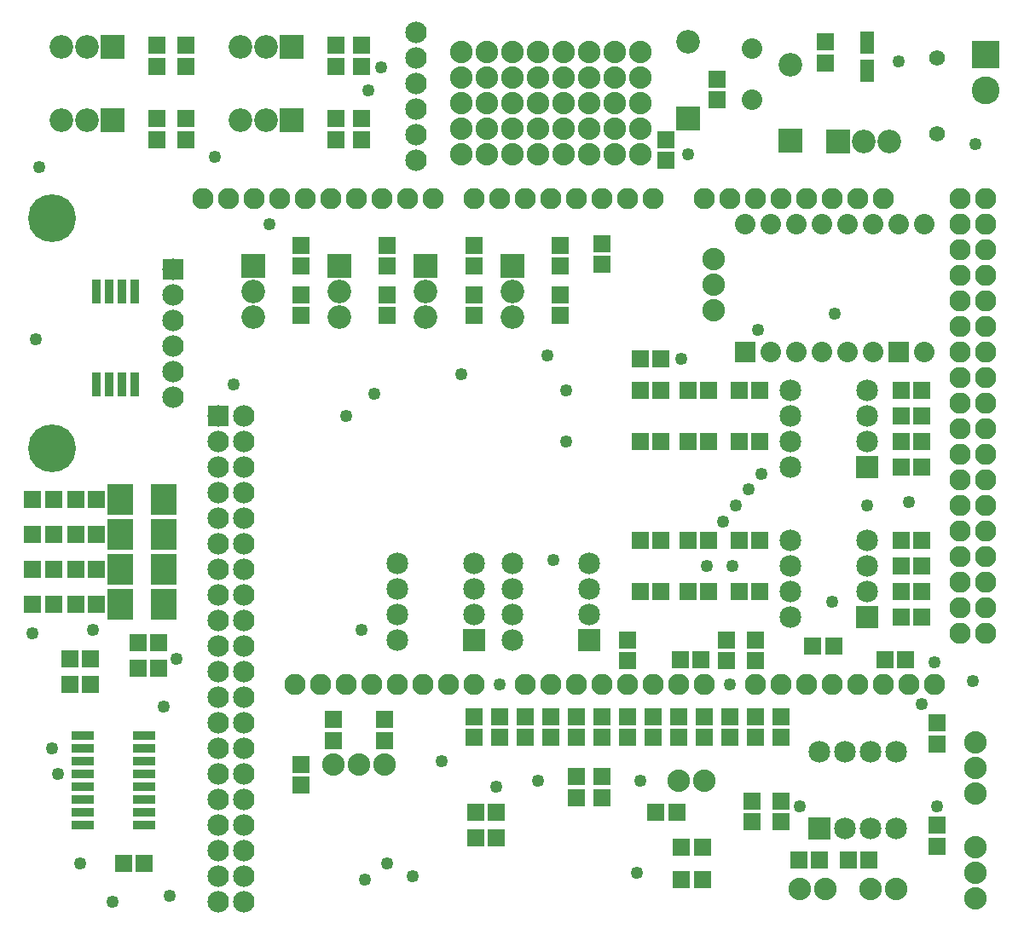
<source format=gts>
G04 MADE WITH FRITZING*
G04 WWW.FRITZING.ORG*
G04 DOUBLE SIDED*
G04 HOLES PLATED*
G04 CONTOUR ON CENTER OF CONTOUR VECTOR*
%ASAXBY*%
%FSLAX23Y23*%
%MOIN*%
%OFA0B0*%
%SFA1.0B1.0*%
%ADD10C,0.049370*%
%ADD11C,0.085000*%
%ADD12C,0.080000*%
%ADD13C,0.084000*%
%ADD14C,0.187165*%
%ADD15C,0.088000*%
%ADD16C,0.082917*%
%ADD17C,0.092000*%
%ADD18C,0.061496*%
%ADD19C,0.109055*%
%ADD20R,0.100086X0.123708*%
%ADD21R,0.085000X0.085000*%
%ADD22R,0.033622X0.096614*%
%ADD23R,0.065118X0.069055*%
%ADD24R,0.057244X0.088740*%
%ADD25R,0.090000X0.036000*%
%ADD26R,0.069055X0.065118*%
%ADD27R,0.084000X0.084000*%
%ADD28R,0.080000X0.080000*%
%ADD29R,0.092000X0.092000*%
%ADD30R,0.109055X0.109055*%
%LNMASK1*%
G90*
G70*
G54D10*
X369Y289D03*
X57Y1339D03*
G54D11*
X3319Y1402D03*
X3019Y1402D03*
X3319Y1502D03*
X3019Y1502D03*
X3319Y1602D03*
X3019Y1602D03*
X3319Y1702D03*
X3019Y1702D03*
X3319Y1989D03*
X3019Y1989D03*
X3319Y2089D03*
X3019Y2089D03*
X3319Y2189D03*
X3019Y2189D03*
X3319Y2289D03*
X3019Y2289D03*
G54D10*
X594Y314D03*
X3319Y1839D03*
X244Y439D03*
X69Y2489D03*
X2094Y1627D03*
X3732Y1152D03*
X982Y2939D03*
X1282Y2189D03*
G54D12*
X2869Y3627D03*
X2869Y3427D03*
G54D10*
X157Y789D03*
X132Y889D03*
X1444Y439D03*
X1869Y739D03*
X2432Y764D03*
X1657Y839D03*
G54D13*
X1557Y3689D03*
X1557Y3589D03*
X1557Y3489D03*
X1557Y3389D03*
X1557Y3289D03*
X1557Y3189D03*
X1557Y3689D03*
X1557Y3589D03*
X1557Y3489D03*
X1557Y3389D03*
X1557Y3289D03*
X1557Y3189D03*
G54D11*
X2232Y1314D03*
X1932Y1314D03*
X2232Y1414D03*
X1932Y1414D03*
X2232Y1514D03*
X1932Y1514D03*
X2232Y1614D03*
X1932Y1614D03*
X1782Y1314D03*
X1482Y1314D03*
X1782Y1414D03*
X1482Y1414D03*
X1782Y1514D03*
X1482Y1514D03*
X1782Y1614D03*
X1482Y1614D03*
G54D10*
X619Y1239D03*
X3057Y664D03*
X3582Y1227D03*
X2619Y3214D03*
X1732Y2352D03*
X2069Y2427D03*
X1394Y2277D03*
X2807Y1839D03*
X2757Y1777D03*
X2857Y1902D03*
X2907Y1964D03*
X769Y3202D03*
X1369Y3464D03*
X1419Y3552D03*
X3594Y664D03*
X3532Y1064D03*
X2594Y2414D03*
X1357Y377D03*
G54D14*
X132Y2064D03*
X132Y2964D03*
G54D10*
X1544Y389D03*
X3182Y1464D03*
X1344Y1352D03*
X1882Y1139D03*
X82Y3164D03*
X294Y1352D03*
X569Y1052D03*
X2782Y1139D03*
X2419Y402D03*
X3744Y3252D03*
X3194Y2589D03*
G54D13*
X607Y2764D03*
X607Y2664D03*
X607Y2564D03*
X607Y2464D03*
X607Y2364D03*
X607Y2264D03*
G54D10*
X2144Y2289D03*
X2144Y2089D03*
X3482Y1852D03*
X844Y2314D03*
G54D12*
X3544Y2939D03*
X3544Y2439D03*
X3444Y2939D03*
X3444Y2439D03*
X3344Y2939D03*
X3344Y2439D03*
X3244Y2939D03*
X3244Y2439D03*
X3144Y2939D03*
X3144Y2439D03*
X3044Y2939D03*
X3044Y2439D03*
X2944Y2939D03*
X2944Y2439D03*
X2844Y2939D03*
X2844Y2439D03*
G54D10*
X3444Y3577D03*
X2032Y764D03*
G54D15*
X1732Y3214D03*
X1732Y3314D03*
X1732Y3414D03*
X1732Y3514D03*
X1732Y3614D03*
X2432Y3214D03*
X2432Y3314D03*
X2432Y3414D03*
X2432Y3514D03*
X2432Y3614D03*
X2232Y3614D03*
X2232Y3514D03*
X2232Y3414D03*
X2032Y3414D03*
X2032Y3614D03*
X2032Y3514D03*
X2032Y3214D03*
X2032Y3314D03*
X1832Y3514D03*
X1832Y3614D03*
X2332Y3214D03*
X1932Y3614D03*
X1932Y3414D03*
X1932Y3214D03*
X1932Y3314D03*
X2332Y3614D03*
X2332Y3514D03*
X2332Y3414D03*
X1832Y3214D03*
X1832Y3314D03*
X2132Y3414D03*
X1932Y3514D03*
X2132Y3214D03*
X2132Y3314D03*
X1432Y827D03*
X1332Y827D03*
X1232Y827D03*
X2132Y3614D03*
X2132Y3514D03*
X2332Y3314D03*
X1832Y3414D03*
X2232Y3214D03*
X2232Y3314D03*
G54D10*
X2894Y2527D03*
G54D11*
X3132Y577D03*
X3132Y877D03*
X3232Y577D03*
X3232Y877D03*
X3332Y577D03*
X3332Y877D03*
X3432Y577D03*
X3432Y877D03*
G54D13*
X882Y2189D03*
X882Y2089D03*
X882Y1989D03*
X882Y1889D03*
X882Y1789D03*
X882Y1689D03*
X882Y1589D03*
X882Y1489D03*
X882Y1389D03*
X882Y1289D03*
X882Y1189D03*
X882Y1089D03*
X882Y989D03*
X882Y889D03*
X882Y789D03*
X882Y689D03*
X882Y589D03*
X882Y489D03*
X882Y389D03*
X882Y289D03*
X782Y2189D03*
X782Y2089D03*
X782Y1989D03*
X782Y1889D03*
X782Y1789D03*
X782Y1689D03*
X782Y1589D03*
X782Y1489D03*
X782Y1389D03*
X782Y1289D03*
X782Y1189D03*
X782Y1089D03*
X782Y989D03*
X782Y889D03*
X782Y789D03*
X782Y689D03*
X782Y589D03*
X782Y489D03*
X782Y389D03*
X782Y289D03*
G54D16*
X2982Y1139D03*
X1382Y1139D03*
X3082Y1139D03*
X3182Y1139D03*
X3282Y1139D03*
X3382Y1139D03*
X3682Y2539D03*
X3482Y1139D03*
X3582Y1139D03*
X1422Y3039D03*
X1982Y1139D03*
X2082Y1139D03*
X2182Y1139D03*
X2282Y1139D03*
X3682Y1739D03*
X2382Y1139D03*
X2482Y1139D03*
X2582Y1139D03*
X2682Y1139D03*
X2182Y3039D03*
X3682Y2939D03*
X3682Y2139D03*
X3682Y1339D03*
X1022Y3039D03*
X1782Y1139D03*
X1782Y3039D03*
X3682Y2739D03*
X3682Y2339D03*
X3682Y1939D03*
X3382Y3039D03*
X3682Y1539D03*
X3282Y3039D03*
X3182Y3039D03*
X3082Y3039D03*
X2982Y3039D03*
X2882Y3039D03*
X2782Y3039D03*
X2682Y3039D03*
X822Y3039D03*
X1222Y3039D03*
X1622Y3039D03*
X1182Y1139D03*
X1582Y1139D03*
X2382Y3039D03*
X1982Y3039D03*
X3682Y3039D03*
X3682Y2839D03*
X3682Y2639D03*
X3682Y2439D03*
X3682Y2239D03*
X3682Y2039D03*
X3682Y1839D03*
X3682Y1639D03*
X3682Y1439D03*
X722Y3039D03*
X922Y3039D03*
X1122Y3039D03*
X1322Y3039D03*
X1522Y3039D03*
X1082Y1139D03*
X1282Y1139D03*
X1482Y1139D03*
X1682Y1139D03*
X2482Y3039D03*
X2282Y3039D03*
X2082Y3039D03*
X1882Y3039D03*
X3782Y3039D03*
X3782Y2939D03*
X3782Y2839D03*
X3782Y2739D03*
X3782Y2639D03*
X3782Y2539D03*
X3782Y2439D03*
X3782Y2339D03*
X3782Y2239D03*
X3782Y2139D03*
X3782Y2039D03*
X3782Y1939D03*
X3782Y1839D03*
X3782Y1739D03*
X3782Y1639D03*
X3782Y1539D03*
X3782Y1439D03*
X3782Y1339D03*
X2882Y1139D03*
G54D17*
X1257Y2777D03*
X1257Y2677D03*
X1257Y2577D03*
X1932Y2777D03*
X1932Y2677D03*
X1932Y2577D03*
X1594Y2777D03*
X1594Y2677D03*
X1594Y2577D03*
X919Y2777D03*
X919Y2677D03*
X919Y2577D03*
G54D15*
X3744Y302D03*
X3744Y402D03*
X3744Y502D03*
X3744Y914D03*
X3744Y814D03*
X3744Y714D03*
X2719Y2802D03*
X2719Y2702D03*
X2719Y2602D03*
X3057Y339D03*
X3157Y339D03*
X2682Y764D03*
X2582Y764D03*
X3432Y339D03*
X3332Y339D03*
G54D17*
X3207Y3264D03*
X3307Y3264D03*
X3407Y3264D03*
X2619Y3354D03*
X2619Y3652D03*
X3019Y3266D03*
X3019Y3564D03*
G54D18*
X3594Y3294D03*
X3594Y3589D03*
X3594Y3294D03*
X3594Y3589D03*
G54D17*
X369Y3346D03*
X269Y3346D03*
X169Y3346D03*
X1069Y3633D03*
X969Y3633D03*
X869Y3633D03*
X369Y3633D03*
X269Y3633D03*
X169Y3633D03*
X1069Y3346D03*
X969Y3346D03*
X869Y3346D03*
G54D19*
X3782Y3602D03*
X3782Y3464D03*
G54D10*
X2694Y1602D03*
X2794Y1602D03*
G54D20*
X569Y1452D03*
X400Y1452D03*
X569Y1589D03*
X400Y1589D03*
X569Y1727D03*
X400Y1727D03*
X569Y1864D03*
X400Y1864D03*
G54D21*
X3319Y1402D03*
X3319Y1989D03*
G54D22*
X407Y2677D03*
X407Y2314D03*
X457Y2677D03*
X357Y2677D03*
X307Y2677D03*
X457Y2314D03*
X357Y2314D03*
X307Y2314D03*
G54D23*
X57Y1452D03*
X138Y1452D03*
X57Y1589D03*
X138Y1589D03*
X57Y1727D03*
X138Y1727D03*
X57Y1864D03*
X138Y1864D03*
X2619Y1502D03*
X2700Y1502D03*
X2619Y1702D03*
X2700Y1702D03*
X2619Y2089D03*
X2700Y2089D03*
X2619Y2289D03*
X2700Y2289D03*
X307Y1452D03*
X226Y1452D03*
X307Y1589D03*
X226Y1589D03*
X307Y1727D03*
X226Y1727D03*
X307Y1864D03*
X226Y1864D03*
X2432Y1502D03*
X2513Y1502D03*
X2432Y1702D03*
X2513Y1702D03*
X2432Y2089D03*
X2513Y2089D03*
X2432Y2289D03*
X2513Y2289D03*
G54D24*
X3319Y3539D03*
X3319Y3649D03*
G54D25*
X252Y939D03*
X252Y889D03*
X252Y839D03*
X252Y789D03*
X252Y739D03*
X252Y689D03*
X252Y639D03*
X252Y589D03*
X494Y589D03*
X494Y639D03*
X494Y689D03*
X494Y739D03*
X494Y789D03*
X494Y839D03*
X494Y889D03*
X494Y939D03*
G54D23*
X414Y439D03*
X494Y439D03*
X550Y1202D03*
X469Y1202D03*
G54D21*
X2232Y1314D03*
X1782Y1314D03*
G54D26*
X2532Y3189D03*
X2532Y3270D03*
X3157Y3652D03*
X3157Y3571D03*
X2732Y3507D03*
X2732Y3427D03*
G54D23*
X469Y1302D03*
X550Y1302D03*
X201Y1239D03*
X282Y1239D03*
G54D26*
X1344Y3271D03*
X1344Y3352D03*
X1244Y3558D03*
X1244Y3639D03*
X1344Y3558D03*
X1344Y3639D03*
X1244Y3271D03*
X1244Y3352D03*
X657Y3558D03*
X657Y3639D03*
X544Y3558D03*
X544Y3639D03*
X657Y3271D03*
X657Y3352D03*
X544Y3271D03*
X544Y3352D03*
G54D23*
X3532Y2289D03*
X3451Y2289D03*
X3532Y1989D03*
X3451Y1989D03*
X3532Y2089D03*
X3451Y2089D03*
X3532Y2189D03*
X3451Y2189D03*
X2432Y2414D03*
X2513Y2414D03*
X3532Y1402D03*
X3451Y1402D03*
X3532Y1502D03*
X3451Y1502D03*
X3532Y1602D03*
X3451Y1602D03*
X3532Y1702D03*
X3451Y1702D03*
G54D26*
X1107Y2583D03*
X1107Y2664D03*
X1444Y2583D03*
X1444Y2664D03*
X1782Y2583D03*
X1782Y2664D03*
X2119Y2583D03*
X2119Y2664D03*
X1107Y2857D03*
X1107Y2777D03*
X1444Y2857D03*
X1444Y2777D03*
X1782Y2857D03*
X1782Y2777D03*
X2119Y2857D03*
X2119Y2777D03*
G54D23*
X2819Y2089D03*
X2900Y2089D03*
X2900Y2289D03*
X2819Y2289D03*
X1789Y539D03*
X1869Y539D03*
G54D26*
X2282Y698D03*
X2282Y779D03*
G54D23*
X201Y1139D03*
X282Y1139D03*
X3188Y1289D03*
X3107Y1289D03*
G54D26*
X2769Y1314D03*
X2769Y1233D03*
X2082Y933D03*
X2082Y1014D03*
X1232Y921D03*
X1232Y1002D03*
X1107Y746D03*
X1107Y827D03*
X2282Y2783D03*
X2282Y2864D03*
X1982Y933D03*
X1982Y1014D03*
G54D23*
X1869Y639D03*
X1789Y639D03*
G54D26*
X1782Y1014D03*
X1782Y933D03*
G54D23*
X3469Y1235D03*
X3389Y1235D03*
G54D26*
X2382Y1233D03*
X2382Y1314D03*
X3594Y908D03*
X3594Y989D03*
G54D23*
X3245Y452D03*
X3326Y452D03*
X3132Y452D03*
X3051Y452D03*
G54D26*
X3594Y508D03*
X3594Y589D03*
X2982Y682D03*
X2982Y602D03*
G54D27*
X607Y2764D03*
G54D28*
X2844Y2439D03*
X3444Y2439D03*
G54D23*
X2594Y502D03*
X2675Y502D03*
X2494Y639D03*
X2575Y639D03*
G54D21*
X3132Y577D03*
G54D27*
X782Y2189D03*
G54D29*
X1257Y2777D03*
X1932Y2777D03*
X1594Y2777D03*
X919Y2777D03*
X3207Y3264D03*
X2619Y3353D03*
X3019Y3265D03*
X369Y3346D03*
X1069Y3633D03*
X369Y3633D03*
X1069Y3346D03*
G54D30*
X3782Y3602D03*
G54D26*
X2982Y933D03*
X2982Y1014D03*
G54D23*
X2594Y377D03*
X2675Y377D03*
G54D26*
X2869Y603D03*
X2869Y683D03*
X2182Y698D03*
X2182Y779D03*
X1882Y933D03*
X1882Y1014D03*
X2182Y933D03*
X2182Y1014D03*
X1432Y921D03*
X1432Y1002D03*
X2882Y933D03*
X2882Y1014D03*
X2682Y933D03*
X2682Y1014D03*
X2582Y933D03*
X2582Y1014D03*
X2782Y933D03*
X2782Y1014D03*
X2482Y933D03*
X2482Y1014D03*
X2282Y933D03*
X2282Y1014D03*
X2382Y933D03*
X2382Y1014D03*
G54D23*
X2819Y1502D03*
X2900Y1502D03*
X2900Y1702D03*
X2819Y1702D03*
X2669Y1235D03*
X2589Y1235D03*
G54D26*
X2882Y1233D03*
X2882Y1314D03*
G04 End of Mask1*
M02*
</source>
